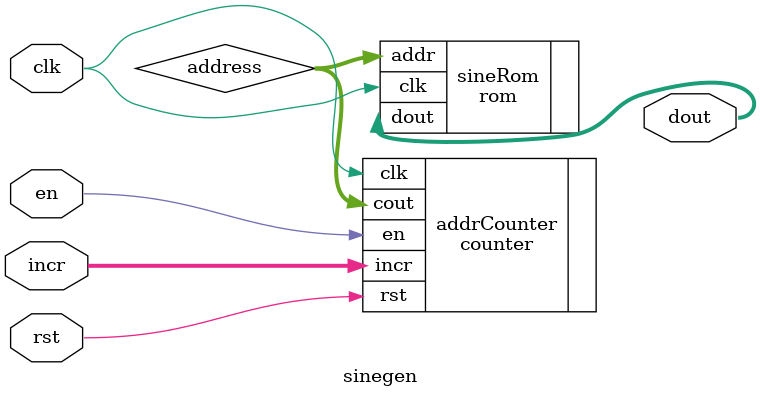
<source format=sv>
module sinegen # (
    parameter   A_WIDTH = 8,
                D_WIDTH = 8
) (
    input   logic   clk,
    input   logic   rst,
    input   logic   en,
    input   logic [D_WIDTH-1:0] incr,
    output  logic [D_WIDTH-1:0] dout
);
    logic [A_WIDTH-1:0] address;

counter #(D_WIDTH) addrCounter (
    .clk (clk),
    .rst (rst),
    .en (en),
    .incr (incr),
    .cout (address)
);

rom sineRom (
    .clk (clk),
    .addr (address),
    .dout (dout)
);

endmodule

</source>
